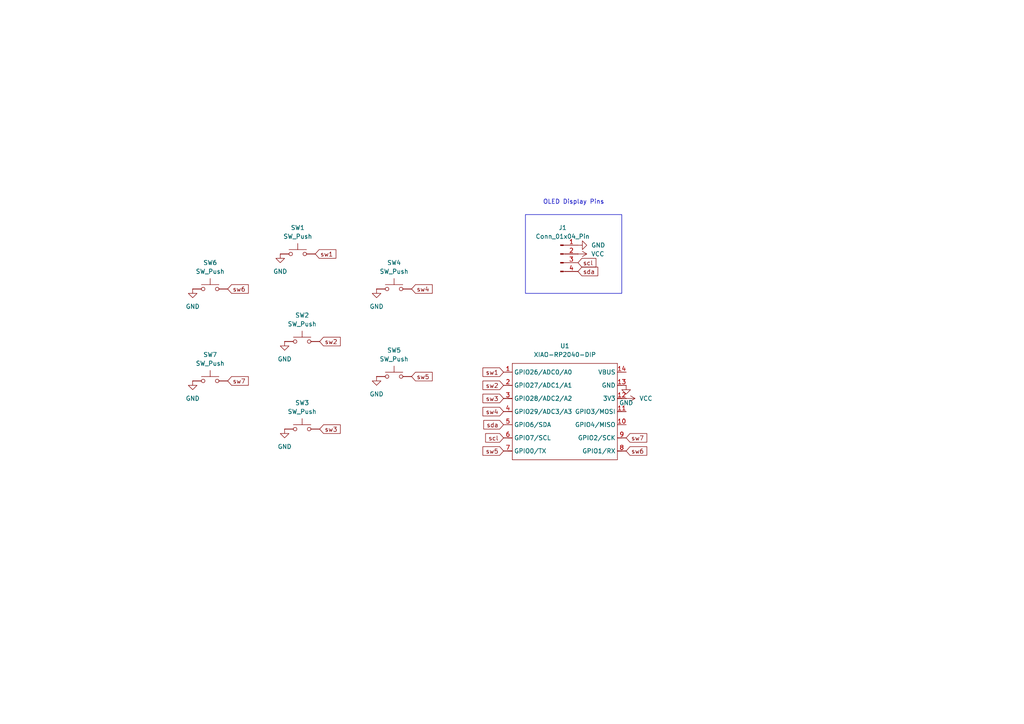
<source format=kicad_sch>
(kicad_sch (version 20250114) (generator "eeschema") (generator_version "9.0")
  (paper "A4")
  (lib_symbols
    (symbol "Connector:Conn_01x04_Pin" (pin_names (offset 1.016) (hide yes))
      (property "Reference" "J" (at 0 5.08 0))
      (property "Value" "Conn_01x04_Pin" (at 0 -7.62 0))
      (symbol "Conn_01x04_Pin_1_1"
        (rectangle (start 0.8636 2.667) (end 0 2.413) (stroke (width 0.1524)) (fill (type outline)))
        (rectangle (start 0.8636 0.127) (end 0 -0.127) (stroke (width 0.1524)) (fill (type outline)))
        (rectangle (start 0.8636 -2.413) (end 0 -2.667) (stroke (width 0.1524)) (fill (type outline)))
        (rectangle (start 0.8636 -4.953) (end 0 -5.207) (stroke (width 0.1524)) (fill (type outline)))
        (polyline (pts (xy 1.27 2.54) (xy 0.8636 2.54)) (stroke (width 0.1524)))
        (polyline (pts (xy 1.27 0) (xy 0.8636 0)) (stroke (width 0.1524)))
        (polyline (pts (xy 1.27 -2.54) (xy 0.8636 -2.54)) (stroke (width 0.1524)))
        (polyline (pts (xy 1.27 -5.08) (xy 0.8636 -5.08)) (stroke (width 0.1524)))
        (pin passive line (at 5.08 2.54 180) (length 3.81) (name "Pin_1") (number "1"))
        (pin passive line (at 5.08 0 180) (length 3.81) (name "Pin_2") (number "2"))
        (pin passive line (at 5.08 -2.54 180) (length 3.81) (name "Pin_3") (number "3"))
        (pin passive line (at 5.08 -5.08 180) (length 3.81) (name "Pin_4") (number "4"))
      )
    )
    (symbol "Seeed_Studio_XIAO_Series:XIAO-RP2040-DIP"
      (property "Reference" "U" (at 0 0 0))
      (property "Value" "XIAO-RP2040-DIP" (at 5.334 -1.778 0))
      (symbol "XIAO-RP2040-DIP_1_0"
        (polyline (pts (xy -1.27 -2.54) (xy 29.21 -2.54)) (stroke (width 0.1524)))
        (polyline (pts (xy -1.27 -5.08) (xy -2.54 -5.08)) (stroke (width 0.1524)))
        (polyline (pts (xy -1.27 -5.08) (xy -1.27 -2.54)) (stroke (width 0.1524)))
        (polyline (pts (xy -1.27 -8.89) (xy -2.54 -8.89)) (stroke (width 0.1524)))
        (polyline (pts (xy -1.27 -8.89) (xy -1.27 -5.08)) (stroke (width 0.1524)))
        (polyline (pts (xy -1.27 -12.7) (xy -2.54 -12.7)) (stroke (width 0.1524)))
        (polyline (pts (xy -1.27 -12.7) (xy -1.27 -8.89)) (stroke (width 0.1524)))
        (polyline (pts (xy -1.27 -16.51) (xy -2.54 -16.51)) (stroke (width 0.1524)))
        (polyline (pts (xy -1.27 -16.51) (xy -1.27 -12.7)) (stroke (width 0.1524)))
        (polyline (pts (xy -1.27 -20.32) (xy -2.54 -20.32)) (stroke (width 0.1524)))
        (polyline (pts (xy -1.27 -24.13) (xy -2.54 -24.13)) (stroke (width 0.1524)))
        (polyline (pts (xy -1.27 -27.94) (xy -2.54 -27.94)) (stroke (width 0.1524)))
        (polyline (pts (xy -1.27 -30.48) (xy -1.27 -16.51)) (stroke (width 0.1524)))
        (polyline (pts (xy 29.21 -2.54) (xy 29.21 -5.08)) (stroke (width 0.1524)))
        (polyline (pts (xy 29.21 -5.08) (xy 29.21 -8.89)) (stroke (width 0.1524)))
        (polyline (pts (xy 29.21 -8.89) (xy 29.21 -12.7)) (stroke (width 0.1524)))
        (polyline (pts (xy 29.21 -12.7) (xy 29.21 -30.48)) (stroke (width 0.1524)))
        (polyline (pts (xy 29.21 -30.48) (xy -1.27 -30.48)) (stroke (width 0.1524)))
        (polyline (pts (xy 30.48 -5.08) (xy 29.21 -5.08)) (stroke (width 0.1524)))
        (polyline (pts (xy 30.48 -8.89) (xy 29.21 -8.89)) (stroke (width 0.1524)))
        (polyline (pts (xy 30.48 -12.7) (xy 29.21 -12.7)) (stroke (width 0.1524)))
        (polyline (pts (xy 30.48 -16.51) (xy 29.21 -16.51)) (stroke (width 0.1524)))
        (polyline (pts (xy 30.48 -20.32) (xy 29.21 -20.32)) (stroke (width 0.1524)))
        (polyline (pts (xy 30.48 -24.13) (xy 29.21 -24.13)) (stroke (width 0.1524)))
        (polyline (pts (xy 30.48 -27.94) (xy 29.21 -27.94)) (stroke (width 0.1524)))
        (pin passive line (at -3.81 -5.08 0) (length 2.54) (name "GPIO26/ADC0/A0") (number "1"))
        (pin passive line (at -3.81 -8.89 0) (length 2.54) (name "GPIO27/ADC1/A1") (number "2"))
        (pin passive line (at -3.81 -12.7 0) (length 2.54) (name "GPIO28/ADC2/A2") (number "3"))
        (pin passive line (at -3.81 -16.51 0) (length 2.54) (name "GPIO29/ADC3/A3") (number "4"))
        (pin passive line (at -3.81 -20.32 0) (length 2.54) (name "GPIO6/SDA") (number "5"))
        (pin passive line (at -3.81 -24.13 0) (length 2.54) (name "GPIO7/SCL") (number "6"))
        (pin passive line (at -3.81 -27.94 0) (length 2.54) (name "GPIO0/TX") (number "7"))
        (pin passive line (at 31.75 -5.08 180) (length 2.54) (name "VBUS") (number "14"))
        (pin passive line (at 31.75 -8.89 180) (length 2.54) (name "GND") (number "13"))
        (pin passive line (at 31.75 -12.7 180) (length 2.54) (name "3V3") (number "12"))
        (pin passive line (at 31.75 -16.51 180) (length 2.54) (name "GPIO3/MOSI") (number "11"))
        (pin passive line (at 31.75 -20.32 180) (length 2.54) (name "GPIO4/MISO") (number "10"))
        (pin passive line (at 31.75 -24.13 180) (length 2.54) (name "GPIO2/SCK") (number "9"))
        (pin passive line (at 31.75 -27.94 180) (length 2.54) (name "GPIO1/RX") (number "8"))
      )
    )
    (symbol "Switch:SW_Push" (pin_numbers (hide yes)) (pin_names (offset 1.016) (hide yes))
      (property "Reference" "SW" (at 1.27 2.54 0))
      (property "Value" "SW_Push" (at 0 -1.524 0))
      (symbol "SW_Push_0_1"
        (circle (center -2.032 0) (radius 0.508))
        (polyline (pts (xy 0 1.27) (xy 0 3.048)))
        (circle (center 2.032 0) (radius 0.508))
        (polyline (pts (xy 2.54 1.27) (xy -2.54 1.27)))
        (pin passive line (at -5.08 0 0) (length 2.54) (name "1") (number "1"))
        (pin passive line (at 5.08 0 180) (length 2.54) (name "2") (number "2"))
      )
    )
    (symbol "power:GND" (power) (pin_numbers (hide yes)) (pin_names (offset 0) (hide yes))
      (property "Value" "GND" (at 0 -3.81 0))
      (symbol "GND_0_1"
        (polyline (pts (xy 0 0) (xy 0 -1.27) (xy 1.27 -1.27) (xy 0 -2.54) (xy -1.27 -1.27) (xy 0 -1.27)))
      )
      (symbol "GND_1_1"
        (pin power_in line (at 0 0 270) (length 0) (name "~") (number "1"))
      )
    )
    (symbol "power:VCC" (power) (pin_numbers (hide yes)) (pin_names (offset 0) (hide yes))
      (property "Value" "VCC" (at 0 3.556 0))
      (symbol "VCC_0_1"
        (polyline (pts (xy -0.762 1.27) (xy 0 2.54)))
        (polyline (pts (xy 0 2.54) (xy 0.762 1.27)))
        (polyline (pts (xy 0 0) (xy 0 2.54)))
      )
      (symbol "VCC_1_1"
        (pin power_in line (at 0 0 90) (length 0) (name "~") (number "1"))
      )
    )
  )
  (text "OLED Display Pins" (at 166.37 58.674 0) (effects (font (size 1.27 1.27))))
  (text_box "\n\n" (at 152.4 62.23 0) (size 27.94 22.86) (margins 0.9525 0.9525 0.9525 0.9525) (effects (font (size 1.27 1.27)) (justify top)))
  (global_label "sw6" (shape input) (at 181.61 130.81 0) (property "Intersheetrefs" "${INTERSHEET_REFS}" (effects (hide yes))))
  (global_label "sw7" (shape input) (at 181.61 127 0) (property "Intersheetrefs" "${INTERSHEET_REFS}" (effects (hide yes))))
  (global_label "sw4" (shape input) (at 119.38 83.82 0) (property "Intersheetrefs" "${INTERSHEET_REFS}" (effects (hide yes))))
  (global_label "sw2" (shape input) (at 92.71 99.06 0) (property "Intersheetrefs" "${INTERSHEET_REFS}" (effects (hide yes))))
  (global_label "scl" (shape input) (at 167.64 76.2 0) (property "Intersheetrefs" "${INTERSHEET_REFS}" (effects (hide yes))))
  (global_label "sw3" (shape input) (at 92.71 124.46 0) (property "Intersheetrefs" "${INTERSHEET_REFS}" (effects (hide yes))))
  (global_label "sda" (shape input) (at 146.05 123.19 180) (property "Intersheetrefs" "${INTERSHEET_REFS}" (effects (hide yes))))
  (global_label "sw3" (shape input) (at 146.05 115.57 180) (property "Intersheetrefs" "${INTERSHEET_REFS}" (effects (hide yes))))
  (global_label "sw5" (shape input) (at 146.05 130.81 180) (property "Intersheetrefs" "${INTERSHEET_REFS}" (effects (hide yes))))
  (global_label "sw7" (shape input) (at 66.04 110.49 0) (property "Intersheetrefs" "${INTERSHEET_REFS}" (effects (hide yes))))
  (global_label "sw4" (shape input) (at 146.05 119.38 180) (property "Intersheetrefs" "${INTERSHEET_REFS}" (effects (hide yes))))
  (global_label "sw1" (shape input) (at 91.44 73.66 0) (property "Intersheetrefs" "${INTERSHEET_REFS}" (effects (hide yes))))
  (global_label "scl" (shape input) (at 146.05 127 180) (property "Intersheetrefs" "${INTERSHEET_REFS}" (effects (hide yes))))
  (global_label "sw2" (shape input) (at 146.05 111.76 180) (property "Intersheetrefs" "${INTERSHEET_REFS}" (effects (hide yes))))
  (global_label "sw6" (shape input) (at 66.04 83.82 0) (property "Intersheetrefs" "${INTERSHEET_REFS}" (effects (hide yes))))
  (global_label "sw5" (shape input) (at 119.38 109.22 0) (property "Intersheetrefs" "${INTERSHEET_REFS}" (effects (hide yes))))
  (global_label "sw1" (shape input) (at 146.05 107.95 180) (property "Intersheetrefs" "${INTERSHEET_REFS}" (effects (hide yes))))
  (global_label "sda" (shape input) (at 167.64 78.74 0) (property "Intersheetrefs" "${INTERSHEET_REFS}" (effects (hide yes))))
  (symbol (lib_id "power:GND") (at 82.55 99.06 0) (unit 1)
    (property "Reference" "#PWR02" (effects (hide yes)))
    (property "Value" "GND" (at 82.55 104.14 0))
    (property "Description" "Power symbol creates a global label with name \"GND\" , ground" (effects (hide yes)))
  )
  (symbol (lib_id "power:GND") (at 109.22 83.82 0) (unit 1)
    (property "Reference" "#PWR05" (effects (hide yes)))
    (property "Value" "GND" (at 109.22 88.9 0))
    (property "Description" "Power symbol creates a global label with name \"GND\" , ground" (effects (hide yes)))
  )
  (symbol (lib_id "Seeed_Studio_XIAO_Series:XIAO-RP2040-DIP") (at 149.86 102.87 0) (unit 1)
    (property "Reference" "U1" (at 163.83 100.33 0))
    (property "Value" "XIAO-RP2040-DIP" (at 163.83 102.87 0))
    (property "Footprint" "footprints:XIAO-RP2040-DIP (2)" (effects (hide yes)))
  )
  (symbol (lib_id "Switch:SW_Push") (at 114.3 109.22 0) (unit 1)
    (property "Reference" "SW5" (at 114.3 101.6 0))
    (property "Value" "SW_Push" (at 114.3 104.14 0))
    (property "Footprint" "Button_Switch_Keyboard:SW_Cherry_MX_1.00u_PCB" (effects (hide yes)))
    (property "Description" "Push button switch, generic, two pins" (effects (hide yes)))
  )
  (symbol (lib_id "power:GND") (at 167.64 71.12 90) (unit 1)
    (property "Reference" "#PWR09" (effects (hide yes)))
    (property "Value" "GND" (at 171.45 71.1199 90) (effects (justify right)))
    (property "Description" "Power symbol creates a global label with name \"GND\" , ground" (effects (hide yes)))
  )
  (symbol (lib_id "power:GND") (at 55.88 83.82 0) (unit 1)
    (property "Reference" "#PWR07" (effects (hide yes)))
    (property "Value" "GND" (at 55.88 88.9 0))
    (property "Description" "Power symbol creates a global label with name \"GND\" , ground" (effects (hide yes)))
  )
  (symbol (lib_id "Switch:SW_Push") (at 86.36 73.66 0) (unit 1)
    (property "Reference" "SW1" (at 86.36 66.04 0))
    (property "Value" "SW_Push" (at 86.36 68.58 0))
    (property "Footprint" "Button_Switch_Keyboard:SW_Cherry_MX_1.00u_PCB" (effects (hide yes)))
    (property "Description" "Push button switch, generic, two pins" (effects (hide yes)))
  )
  (symbol (lib_id "power:GND") (at 181.61 111.76 0) (unit 1)
    (property "Reference" "#PWR08" (effects (hide yes)))
    (property "Value" "GND" (at 181.61 116.84 0))
    (property "Description" "Power symbol creates a global label with name \"GND\" , ground" (effects (hide yes)))
  )
  (symbol (lib_id "Switch:SW_Push") (at 87.63 99.06 0) (unit 1)
    (property "Reference" "SW2" (at 87.63 91.44 0))
    (property "Value" "SW_Push" (at 87.63 93.98 0))
    (property "Footprint" "Button_Switch_Keyboard:SW_Cherry_MX_1.00u_PCB" (effects (hide yes)))
    (property "Description" "Push button switch, generic, two pins" (effects (hide yes)))
  )
  (symbol (lib_id "power:VCC") (at 181.61 115.57 270) (unit 1)
    (property "Reference" "#PWR011" (effects (hide yes)))
    (property "Value" "VCC" (at 185.42 115.5699 90) (effects (justify left)))
    (property "Description" "Power symbol creates a global label with name \"VCC\"" (effects (hide yes)))
  )
  (symbol (lib_id "power:GND") (at 81.28 73.66 0) (unit 1)
    (property "Reference" "#PWR06" (effects (hide yes)))
    (property "Value" "GND" (at 81.28 78.74 0))
    (property "Description" "Power symbol creates a global label with name \"GND\" , ground" (effects (hide yes)))
  )
  (symbol (lib_id "power:VCC") (at 167.64 73.66 270) (unit 1)
    (property "Reference" "#PWR010" (effects (hide yes)))
    (property "Value" "VCC" (at 171.45 73.6599 90) (effects (justify left)))
    (property "Description" "Power symbol creates a global label with name \"VCC\"" (effects (hide yes)))
  )
  (symbol (lib_id "power:GND") (at 82.55 124.46 0) (unit 1)
    (property "Reference" "#PWR03" (effects (hide yes)))
    (property "Value" "GND" (at 82.55 129.54 0))
    (property "Description" "Power symbol creates a global label with name \"GND\" , ground" (effects (hide yes)))
  )
  (symbol (lib_id "power:GND") (at 109.22 109.22 0) (unit 1)
    (property "Reference" "#PWR04" (effects (hide yes)))
    (property "Value" "GND" (at 109.22 114.3 0))
    (property "Description" "Power symbol creates a global label with name \"GND\" , ground" (effects (hide yes)))
  )
  (symbol (lib_id "Switch:SW_Push") (at 60.96 110.49 0) (unit 1)
    (property "Reference" "SW7" (at 60.96 102.87 0))
    (property "Value" "SW_Push" (at 60.96 105.41 0))
    (property "Footprint" "Button_Switch_Keyboard:SW_Cherry_MX_1.00u_PCB" (effects (hide yes)))
    (property "Description" "Push button switch, generic, two pins" (effects (hide yes)))
  )
  (symbol (lib_id "power:GND") (at 55.88 110.49 0) (unit 1)
    (property "Reference" "#PWR01" (effects (hide yes)))
    (property "Value" "GND" (at 55.88 115.57 0))
    (property "Description" "Power symbol creates a global label with name \"GND\" , ground" (effects (hide yes)))
  )
  (symbol (lib_id "Switch:SW_Push") (at 114.3 83.82 0) (unit 1)
    (property "Reference" "SW4" (at 114.3 76.2 0))
    (property "Value" "SW_Push" (at 114.3 78.74 0))
    (property "Footprint" "Button_Switch_Keyboard:SW_Cherry_MX_1.00u_PCB" (effects (hide yes)))
    (property "Description" "Push button switch, generic, two pins" (effects (hide yes)))
  )
  (symbol (lib_id "Connector:Conn_01x04_Pin") (at 162.56 73.66 0) (unit 1)
    (property "Reference" "J1" (at 163.195 66.04 0))
    (property "Value" "Conn_01x04_Pin" (at 163.195 68.58 0))
    (property "Footprint" "footprints:SSD1306-0.91-OLED-4pin-128x32" (effects (hide yes)))
    (property "Description" "Generic connector, single row, 01x04, script generated" (effects (hide yes)))
  )
  (symbol (lib_id "Switch:SW_Push") (at 87.63 124.46 0) (unit 1)
    (property "Reference" "SW3" (at 87.63 116.84 0))
    (property "Value" "SW_Push" (at 87.63 119.38 0))
    (property "Footprint" "Button_Switch_Keyboard:SW_Cherry_MX_1.00u_PCB" (effects (hide yes)))
    (property "Description" "Push button switch, generic, two pins" (effects (hide yes)))
  )
  (symbol (lib_id "Switch:SW_Push") (at 60.96 83.82 0) (unit 1)
    (property "Reference" "SW6" (at 60.96 76.2 0))
    (property "Value" "SW_Push" (at 60.96 78.74 0))
    (property "Footprint" "Button_Switch_Keyboard:SW_Cherry_MX_1.00u_PCB" (effects (hide yes)))
    (property "Description" "Push button switch, generic, two pins" (effects (hide yes)))
  )
)
</source>
